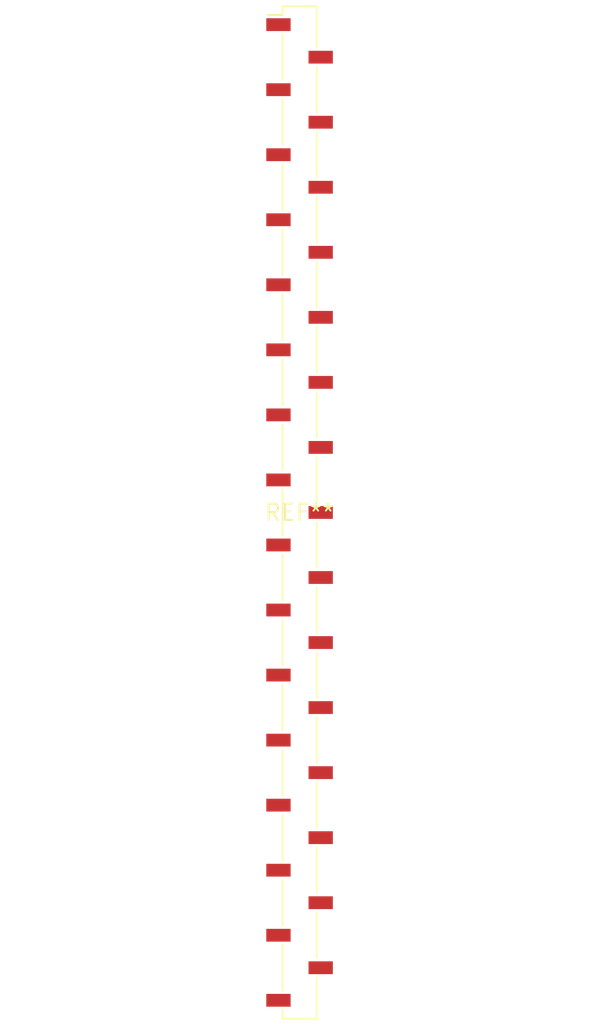
<source format=kicad_pcb>
(kicad_pcb (version 20240108) (generator pcbnew)
  (layers (0 "F.Cu" signal) (31 "B.Cu" signal) (34 "B.Paste" user) (35 "F.Paste" user) (36 "B.SilkS" user "B.Silkscreen") (37 "F.SilkS" user "F.Silkscreen") (38 "B.Mask" user) (39 "F.Mask" user) (44 "Edge.Cuts" user))
  (net 0 "")
  (footprint "PinSocket_1x31_P2.54mm_Vertical_SMD_Pin1Left" (layer "F.Cu") (at 0 0)
    (property "Reference" "REF**")
    (property "Value" "PinSocket_1x31_P2.54mm_Vertical_SMD_Pin1Left")
    (fp_line (start -2.54 -38.86) (end -1.33 -38.86) (layer "F.SilkS") (stroke (width 0.12)))
    (fp_line (start -1.33 -39.53) (end -1.33 -38.86) (layer "F.SilkS") (stroke (width 0.12)))
    (fp_line (start -1.33 -39.53) (end 1.33 -39.53) (layer "F.SilkS") (stroke (width 0.12)))
    (fp_line (start -1.33 -37.34) (end -1.33 -33.78) (layer "F.SilkS") (stroke (width 0.12)))
    (fp_line (start -1.33 -32.26) (end -1.33 -28.7) (layer "F.SilkS") (stroke (width 0.12)))
    (fp_line (start -1.33 -27.18) (end -1.33 -23.62) (layer "F.SilkS") (stroke (width 0.12)))
    (fp_line (start -1.33 -22.1) (end -1.33 -18.54) (layer "F.SilkS") (stroke (width 0.12)))
    (fp_line (start -1.33 -17.02) (end -1.33 -13.46) (layer "F.SilkS") (stroke (width 0.12)))
    (fp_line (start -1.33 -11.94) (end -1.33 -8.38) (layer "F.SilkS") (stroke (width 0.12)))
    (fp_line (start -1.33 -6.86) (end -1.33 -3.3) (layer "F.SilkS") (stroke (width 0.12)))
    (fp_line (start -1.33 -1.78) (end -1.33 1.78) (layer "F.SilkS") (stroke (width 0.12)))
    (fp_line (start -1.33 3.3) (end -1.33 6.86) (layer "F.SilkS") (stroke (width 0.12)))
    (fp_line (start -1.33 8.38) (end -1.33 11.94) (layer "F.SilkS") (stroke (width 0.12)))
    (fp_line (start -1.33 13.46) (end -1.33 17.02) (layer "F.SilkS") (stroke (width 0.12)))
    (fp_line (start -1.33 18.54) (end -1.33 22.1) (layer "F.SilkS") (stroke (width 0.12)))
    (fp_line (start -1.33 23.62) (end -1.33 27.18) (layer "F.SilkS") (stroke (width 0.12)))
    (fp_line (start -1.33 28.7) (end -1.33 32.26) (layer "F.SilkS") (stroke (width 0.12)))
    (fp_line (start -1.33 33.78) (end -1.33 37.34) (layer "F.SilkS") (stroke (width 0.12)))
    (fp_line (start -1.33 38.86) (end -1.33 39.53) (layer "F.SilkS") (stroke (width 0.12)))
    (fp_line (start -1.33 39.53) (end 1.33 39.53) (layer "F.SilkS") (stroke (width 0.12)))
    (fp_line (start 1.33 -39.53) (end 1.33 -36.32) (layer "F.SilkS") (stroke (width 0.12)))
    (fp_line (start 1.33 -34.8) (end 1.33 -31.24) (layer "F.SilkS") (stroke (width 0.12)))
    (fp_line (start 1.33 -29.72) (end 1.33 -26.16) (layer "F.SilkS") (stroke (width 0.12)))
    (fp_line (start 1.33 -24.64) (end 1.33 -21.08) (layer "F.SilkS") (stroke (width 0.12)))
    (fp_line (start 1.33 -19.56) (end 1.33 -16) (layer "F.SilkS") (stroke (width 0.12)))
    (fp_line (start 1.33 -14.48) (end 1.33 -10.92) (layer "F.SilkS") (stroke (width 0.12)))
    (fp_line (start 1.33 -9.4) (end 1.33 -5.84) (layer "F.SilkS") (stroke (width 0.12)))
    (fp_line (start 1.33 -4.32) (end 1.33 -0.76) (layer "F.SilkS") (stroke (width 0.12)))
    (fp_line (start 1.33 0.76) (end 1.33 4.32) (layer "F.SilkS") (stroke (width 0.12)))
    (fp_line (start 1.33 5.84) (end 1.33 9.4) (layer "F.SilkS") (stroke (width 0.12)))
    (fp_line (start 1.33 10.92) (end 1.33 14.48) (layer "F.SilkS") (stroke (width 0.12)))
    (fp_line (start 1.33 16) (end 1.33 19.56) (layer "F.SilkS") (stroke (width 0.12)))
    (fp_line (start 1.33 21.08) (end 1.33 24.64) (layer "F.SilkS") (stroke (width 0.12)))
    (fp_line (start 1.33 26.16) (end 1.33 29.72) (layer "F.SilkS") (stroke (width 0.12)))
    (fp_line (start 1.33 31.24) (end 1.33 34.8) (layer "F.SilkS") (stroke (width 0.12)))
    (fp_line (start 1.33 36.32) (end 1.33 39.53) (layer "F.SilkS") (stroke (width 0.12)))
    (pad "1" smd rect (at -1.65 -38.1) (size 1.9 1) (layers "F.Cu" "F.Paste" "F.Mask"))
    (pad "2" smd rect (at 1.65 -35.56) (size 1.9 1) (layers "F.Cu" "F.Paste" "F.Mask"))
    (pad "3" smd rect (at -1.65 -33.02) (size 1.9 1) (layers "F.Cu" "F.Paste" "F.Mask"))
    (pad "4" smd rect (at 1.65 -30.48) (size 1.9 1) (layers "F.Cu" "F.Paste" "F.Mask"))
    (pad "5" smd rect (at -1.65 -27.94) (size 1.9 1) (layers "F.Cu" "F.Paste" "F.Mask"))
    (pad "6" smd rect (at 1.65 -25.4) (size 1.9 1) (layers "F.Cu" "F.Paste" "F.Mask"))
    (pad "7" smd rect (at -1.65 -22.86) (size 1.9 1) (layers "F.Cu" "F.Paste" "F.Mask"))
    (pad "8" smd rect (at 1.65 -20.32) (size 1.9 1) (layers "F.Cu" "F.Paste" "F.Mask"))
    (pad "9" smd rect (at -1.65 -17.78) (size 1.9 1) (layers "F.Cu" "F.Paste" "F.Mask"))
    (pad "10" smd rect (at 1.65 -15.24) (size 1.9 1) (layers "F.Cu" "F.Paste" "F.Mask"))
    (pad "11" smd rect (at -1.65 -12.7) (size 1.9 1) (layers "F.Cu" "F.Paste" "F.Mask"))
    (pad "12" smd rect (at 1.65 -10.16) (size 1.9 1) (layers "F.Cu" "F.Paste" "F.Mask"))
    (pad "13" smd rect (at -1.65 -7.62) (size 1.9 1) (layers "F.Cu" "F.Paste" "F.Mask"))
    (pad "14" smd rect (at 1.65 -5.08) (size 1.9 1) (layers "F.Cu" "F.Paste" "F.Mask"))
    (pad "15" smd rect (at -1.65 -2.54) (size 1.9 1) (layers "F.Cu" "F.Paste" "F.Mask"))
    (pad "16" smd rect (at 1.65 0) (size 1.9 1) (layers "F.Cu" "F.Paste" "F.Mask"))
    (pad "17" smd rect (at -1.65 2.54) (size 1.9 1) (layers "F.Cu" "F.Paste" "F.Mask"))
    (pad "18" smd rect (at 1.65 5.08) (size 1.9 1) (layers "F.Cu" "F.Paste" "F.Mask"))
    (pad "19" smd rect (at -1.65 7.62) (size 1.9 1) (layers "F.Cu" "F.Paste" "F.Mask"))
    (pad "20" smd rect (at 1.65 10.16) (size 1.9 1) (layers "F.Cu" "F.Paste" "F.Mask"))
    (pad "21" smd rect (at -1.65 12.7) (size 1.9 1) (layers "F.Cu" "F.Paste" "F.Mask"))
    (pad "22" smd rect (at 1.65 15.24) (size 1.9 1) (layers "F.Cu" "F.Paste" "F.Mask"))
    (pad "23" smd rect (at -1.65 17.78) (size 1.9 1) (layers "F.Cu" "F.Paste" "F.Mask"))
    (pad "24" smd rect (at 1.65 20.32) (size 1.9 1) (layers "F.Cu" "F.Paste" "F.Mask"))
    (pad "25" smd rect (at -1.65 22.86) (size 1.9 1) (layers "F.Cu" "F.Paste" "F.Mask"))
    (pad "26" smd rect (at 1.65 25.4) (size 1.9 1) (layers "F.Cu" "F.Paste" "F.Mask"))
    (pad "27" smd rect (at -1.65 27.94) (size 1.9 1) (layers "F.Cu" "F.Paste" "F.Mask"))
    (pad "28" smd rect (at 1.65 30.48) (size 1.9 1) (layers "F.Cu" "F.Paste" "F.Mask"))
    (pad "29" smd rect (at -1.65 33.02) (size 1.9 1) (layers "F.Cu" "F.Paste" "F.Mask"))
    (pad "30" smd rect (at 1.65 35.56) (size 1.9 1) (layers "F.Cu" "F.Paste" "F.Mask"))
    (pad "31" smd rect (at -1.65 38.1) (size 1.9 1) (layers "F.Cu" "F.Paste" "F.Mask"))
  )
)
</source>
